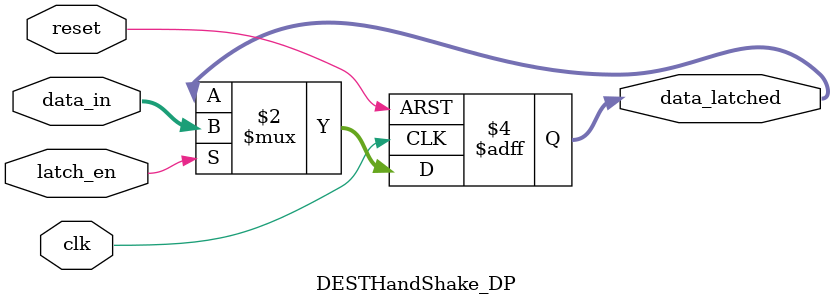
<source format=sv>
`timescale 1ns / 1ps
module DESTHandShake_DP(
    input  logic clk,
    input  logic reset,
    input  logic [7:0] data_in,
    input  logic latch_en,
    output logic [7:0] data_latched
);
    always_ff @(posedge clk or posedge reset) begin
        if (reset)
            data_latched <= 8'd0;
        else if (latch_en)
            data_latched <= data_in;
    end
endmodule
</source>
